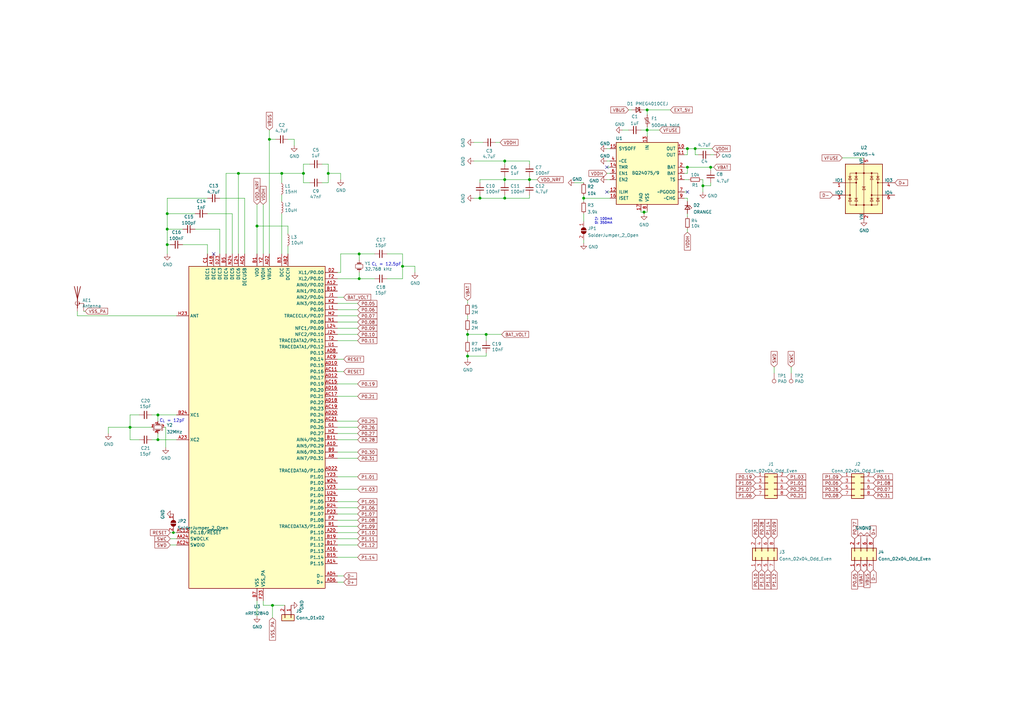
<source format=kicad_sch>
(kicad_sch (version 20210621) (generator eeschema)
  (paper "A3")
  (junction (at 53.34 175.26) (diameter 1.016))
  (junction (at 64.77 170.18) (diameter 1.016))
  (junction (at 64.77 180.34) (diameter 1.016))
  (junction (at 68.58 87.63) (diameter 1.016))
  (junction (at 68.58 93.98) (diameter 1.016))
  (junction (at 68.58 100.33) (diameter 1.016))
  (junction (at 71.12 218.44))
  (junction (at 97.79 71.12) (diameter 1.016))
  (junction (at 105.41 92.71) (diameter 1.016))
  (junction (at 110.49 57.15) (diameter 1.016))
  (junction (at 111.76 248.285) (diameter 1.016))
  (junction (at 115.57 71.12) (diameter 1.016))
  (junction (at 124.46 71.12) (diameter 1.016))
  (junction (at 134.62 71.12) (diameter 1.016))
  (junction (at 147.32 104.14) (diameter 1.016))
  (junction (at 147.32 114.3) (diameter 1.016))
  (junction (at 165.1 109.22) (diameter 1.016))
  (junction (at 191.77 137.16) (diameter 1.016))
  (junction (at 191.77 146.05) (diameter 1.016))
  (junction (at 196.85 81.28) (diameter 1.016))
  (junction (at 199.39 137.16) (diameter 1.016))
  (junction (at 207.01 66.04) (diameter 1.016))
  (junction (at 207.01 73.66) (diameter 1.016))
  (junction (at 207.01 81.28) (diameter 1.016))
  (junction (at 217.17 73.66) (diameter 1.016))
  (junction (at 239.395 81.28) (diameter 1.016))
  (junction (at 264.16 86.995) (diameter 1.016))
  (junction (at 265.43 45.085) (diameter 1.016))
  (junction (at 265.43 53.34) (diameter 1.016))
  (junction (at 281.94 60.96) (diameter 1.016))
  (junction (at 281.94 68.58) (diameter 1.016))
  (junction (at 285.115 60.96) (diameter 1.016))
  (junction (at 288.29 76.2) (diameter 1.016))
  (junction (at 291.465 68.58) (diameter 1.016))
  (no_connect (at 87.63 104.14))
  (no_connect (at 248.92 68.58))
  (no_connect (at 248.92 78.74))
  (no_connect (at 281.94 78.74))
  (wire (pts (xy 31.75 127.635) (xy 31.75 129.54)))
  (wire (pts (xy 31.75 129.54) (xy 72.39 129.54)))
  (wire (pts (xy 34.29 127.635) (xy 34.925 127.635)))
  (wire (pts (xy 44.45 175.26) (xy 44.45 177.8)))
  (wire (pts (xy 53.34 170.18) (xy 57.15 170.18)))
  (wire (pts (xy 53.34 175.26) (xy 44.45 175.26)))
  (wire (pts (xy 53.34 175.26) (xy 53.34 170.18)))
  (wire (pts (xy 53.34 180.34) (xy 53.34 175.26)))
  (wire (pts (xy 57.15 180.34) (xy 53.34 180.34)))
  (wire (pts (xy 62.23 175.26) (xy 53.34 175.26)))
  (wire (pts (xy 64.77 170.18) (xy 62.23 170.18)))
  (wire (pts (xy 64.77 170.18) (xy 64.77 172.72)))
  (wire (pts (xy 64.77 177.8) (xy 64.77 180.34)))
  (wire (pts (xy 64.77 180.34) (xy 62.23 180.34)))
  (wire (pts (xy 64.77 180.34) (xy 72.39 180.34)))
  (wire (pts (xy 67.31 175.26) (xy 67.945 175.26)))
  (wire (pts (xy 67.945 175.26) (xy 67.945 183.515)))
  (wire (pts (xy 68.58 81.28) (xy 68.58 87.63)))
  (wire (pts (xy 68.58 81.28) (xy 85.09 81.28)))
  (wire (pts (xy 68.58 87.63) (xy 68.58 93.98)))
  (wire (pts (xy 68.58 87.63) (xy 80.01 87.63)))
  (wire (pts (xy 68.58 93.98) (xy 68.58 100.33)))
  (wire (pts (xy 68.58 93.98) (xy 74.93 93.98)))
  (wire (pts (xy 68.58 100.33) (xy 68.58 104.14)))
  (wire (pts (xy 68.58 100.33) (xy 69.85 100.33)))
  (wire (pts (xy 69.85 218.44) (xy 71.12 218.44)))
  (wire (pts (xy 69.85 223.52) (xy 72.39 223.52)))
  (wire (pts (xy 71.12 218.44) (xy 72.39 218.44)))
  (wire (pts (xy 72.39 170.18) (xy 64.77 170.18)))
  (wire (pts (xy 72.39 220.98) (xy 69.85 220.98)))
  (wire (pts (xy 74.93 100.33) (xy 85.09 100.33)))
  (wire (pts (xy 80.01 93.98) (xy 90.17 93.98)))
  (wire (pts (xy 85.09 87.63) (xy 95.25 87.63)))
  (wire (pts (xy 85.09 104.14) (xy 85.09 100.33)))
  (wire (pts (xy 90.17 81.28) (xy 100.33 81.28)))
  (wire (pts (xy 90.17 93.98) (xy 90.17 104.14)))
  (wire (pts (xy 92.71 71.12) (xy 97.79 71.12)))
  (wire (pts (xy 92.71 104.14) (xy 92.71 71.12)))
  (wire (pts (xy 95.25 87.63) (xy 95.25 104.14)))
  (wire (pts (xy 97.79 71.12) (xy 115.57 71.12)))
  (wire (pts (xy 97.79 104.14) (xy 97.79 71.12)))
  (wire (pts (xy 100.33 81.28) (xy 100.33 104.14)))
  (wire (pts (xy 105.41 83.82) (xy 105.41 92.71)))
  (wire (pts (xy 105.41 92.71) (xy 105.41 104.14)))
  (wire (pts (xy 105.41 246.38) (xy 105.41 252.73)))
  (wire (pts (xy 107.95 83.82) (xy 107.95 104.14)))
  (wire (pts (xy 107.95 246.38) (xy 107.95 248.285)))
  (wire (pts (xy 107.95 248.285) (xy 111.76 248.285)))
  (wire (pts (xy 110.49 57.15) (xy 110.49 53.34)))
  (wire (pts (xy 110.49 104.14) (xy 110.49 57.15)))
  (wire (pts (xy 111.76 248.285) (xy 116.84 248.285)))
  (wire (pts (xy 111.76 253.365) (xy 111.76 248.285)))
  (wire (pts (xy 113.03 57.15) (xy 110.49 57.15)))
  (wire (pts (xy 115.57 71.12) (xy 124.46 71.12)))
  (wire (pts (xy 115.57 74.93) (xy 115.57 71.12)))
  (wire (pts (xy 115.57 82.55) (xy 115.57 80.01)))
  (wire (pts (xy 115.57 87.63) (xy 115.57 104.14)))
  (wire (pts (xy 118.11 57.15) (xy 120.65 57.15)))
  (wire (pts (xy 118.11 92.71) (xy 105.41 92.71)))
  (wire (pts (xy 118.11 95.885) (xy 118.11 92.71)))
  (wire (pts (xy 118.11 100.965) (xy 118.11 104.14)))
  (wire (pts (xy 120.65 57.15) (xy 120.65 59.69)))
  (wire (pts (xy 124.46 67.31) (xy 124.46 71.12)))
  (wire (pts (xy 124.46 67.31) (xy 127 67.31)))
  (wire (pts (xy 124.46 71.12) (xy 124.46 74.93)))
  (wire (pts (xy 127 74.93) (xy 124.46 74.93)))
  (wire (pts (xy 132.08 67.31) (xy 134.62 67.31)))
  (wire (pts (xy 132.08 74.93) (xy 134.62 74.93)))
  (wire (pts (xy 134.62 67.31) (xy 134.62 71.12)))
  (wire (pts (xy 134.62 71.12) (xy 139.7 71.12)))
  (wire (pts (xy 134.62 74.93) (xy 134.62 71.12)))
  (wire (pts (xy 138.43 111.76) (xy 139.7 111.76)))
  (wire (pts (xy 138.43 114.3) (xy 147.32 114.3)))
  (wire (pts (xy 138.43 124.46) (xy 146.685 124.46)))
  (wire (pts (xy 138.43 127) (xy 146.685 127)))
  (wire (pts (xy 138.43 129.54) (xy 146.685 129.54)))
  (wire (pts (xy 138.43 132.08) (xy 146.685 132.08)))
  (wire (pts (xy 138.43 134.62) (xy 146.685 134.62)))
  (wire (pts (xy 138.43 137.16) (xy 146.685 137.16)))
  (wire (pts (xy 138.43 139.7) (xy 146.685 139.7)))
  (wire (pts (xy 138.43 152.4) (xy 140.97 152.4)))
  (wire (pts (xy 138.43 157.48) (xy 146.685 157.48)))
  (wire (pts (xy 138.43 162.56) (xy 146.685 162.56)))
  (wire (pts (xy 138.43 172.72) (xy 146.685 172.72)))
  (wire (pts (xy 138.43 175.26) (xy 146.685 175.26)))
  (wire (pts (xy 138.43 177.8) (xy 146.685 177.8)))
  (wire (pts (xy 138.43 180.34) (xy 146.685 180.34)))
  (wire (pts (xy 138.43 185.42) (xy 146.685 185.42)))
  (wire (pts (xy 138.43 187.96) (xy 146.685 187.96)))
  (wire (pts (xy 138.43 195.58) (xy 146.685 195.58)))
  (wire (pts (xy 138.43 200.66) (xy 146.685 200.66)))
  (wire (pts (xy 138.43 205.74) (xy 146.685 205.74)))
  (wire (pts (xy 138.43 208.28) (xy 146.685 208.28)))
  (wire (pts (xy 138.43 210.82) (xy 146.685 210.82)))
  (wire (pts (xy 138.43 213.36) (xy 146.685 213.36)))
  (wire (pts (xy 138.43 215.9) (xy 146.685 215.9)))
  (wire (pts (xy 138.43 218.44) (xy 146.685 218.44)))
  (wire (pts (xy 138.43 220.98) (xy 146.685 220.98)))
  (wire (pts (xy 138.43 223.52) (xy 146.685 223.52)))
  (wire (pts (xy 138.43 228.6) (xy 146.685 228.6)))
  (wire (pts (xy 138.43 236.22) (xy 140.97 236.22)))
  (wire (pts (xy 139.7 71.12) (xy 139.7 73.66)))
  (wire (pts (xy 139.7 104.14) (xy 147.32 104.14)))
  (wire (pts (xy 139.7 111.76) (xy 139.7 104.14)))
  (wire (pts (xy 140.97 121.92) (xy 138.43 121.92)))
  (wire (pts (xy 140.97 147.32) (xy 138.43 147.32)))
  (wire (pts (xy 140.97 238.76) (xy 138.43 238.76)))
  (wire (pts (xy 147.32 104.14) (xy 153.67 104.14)))
  (wire (pts (xy 147.32 106.68) (xy 147.32 104.14)))
  (wire (pts (xy 147.32 114.3) (xy 147.32 111.76)))
  (wire (pts (xy 147.32 114.3) (xy 153.67 114.3)))
  (wire (pts (xy 158.75 104.14) (xy 165.1 104.14)))
  (wire (pts (xy 165.1 104.14) (xy 165.1 109.22)))
  (wire (pts (xy 165.1 109.22) (xy 165.1 114.3)))
  (wire (pts (xy 165.1 109.22) (xy 170.18 109.22)))
  (wire (pts (xy 165.1 114.3) (xy 158.75 114.3)))
  (wire (pts (xy 170.18 109.22) (xy 170.18 111.76)))
  (wire (pts (xy 191.77 123.19) (xy 191.77 124.46)))
  (wire (pts (xy 191.77 130.81) (xy 191.77 129.54)))
  (wire (pts (xy 191.77 135.89) (xy 191.77 137.16)))
  (wire (pts (xy 191.77 137.16) (xy 191.77 139.7)))
  (wire (pts (xy 191.77 137.16) (xy 199.39 137.16)))
  (wire (pts (xy 191.77 144.78) (xy 191.77 146.05)))
  (wire (pts (xy 191.77 146.05) (xy 191.77 147.32)))
  (wire (pts (xy 191.77 146.05) (xy 199.39 146.05)))
  (wire (pts (xy 194.31 58.42) (xy 198.12 58.42)))
  (wire (pts (xy 196.85 73.66) (xy 196.85 74.93)))
  (wire (pts (xy 196.85 80.01) (xy 196.85 81.28)))
  (wire (pts (xy 196.85 81.28) (xy 194.31 81.28)))
  (wire (pts (xy 196.85 81.28) (xy 207.01 81.28)))
  (wire (pts (xy 199.39 137.16) (xy 199.39 139.7)))
  (wire (pts (xy 199.39 137.16) (xy 205.74 137.16)))
  (wire (pts (xy 199.39 146.05) (xy 199.39 144.78)))
  (wire (pts (xy 203.2 58.42) (xy 205.105 58.42)))
  (wire (pts (xy 207.01 66.04) (xy 194.31 66.04)))
  (wire (pts (xy 207.01 66.04) (xy 207.01 67.31)))
  (wire (pts (xy 207.01 72.39) (xy 207.01 73.66)))
  (wire (pts (xy 207.01 73.66) (xy 196.85 73.66)))
  (wire (pts (xy 207.01 73.66) (xy 217.17 73.66)))
  (wire (pts (xy 207.01 74.93) (xy 207.01 73.66)))
  (wire (pts (xy 207.01 80.01) (xy 207.01 81.28)))
  (wire (pts (xy 207.01 81.28) (xy 217.17 81.28)))
  (wire (pts (xy 217.17 66.04) (xy 207.01 66.04)))
  (wire (pts (xy 217.17 67.31) (xy 217.17 66.04)))
  (wire (pts (xy 217.17 72.39) (xy 217.17 73.66)))
  (wire (pts (xy 217.17 73.66) (xy 217.17 74.93)))
  (wire (pts (xy 217.17 73.66) (xy 220.345 73.66)))
  (wire (pts (xy 217.17 80.01) (xy 217.17 81.28)))
  (wire (pts (xy 239.395 74.93) (xy 235.585 74.93)))
  (wire (pts (xy 239.395 80.01) (xy 239.395 81.28)))
  (wire (pts (xy 239.395 81.28) (xy 250.19 81.28)))
  (wire (pts (xy 239.395 82.55) (xy 239.395 81.28)))
  (wire (pts (xy 239.395 87.63) (xy 239.395 90.805)))
  (wire (pts (xy 239.395 98.425) (xy 239.395 99.695)))
  (wire (pts (xy 248.92 60.96) (xy 250.19 60.96)))
  (wire (pts (xy 248.92 66.04) (xy 250.19 66.04)))
  (wire (pts (xy 248.92 68.58) (xy 250.19 68.58)))
  (wire (pts (xy 248.92 71.12) (xy 250.19 71.12)))
  (wire (pts (xy 248.92 73.66) (xy 250.19 73.66)))
  (wire (pts (xy 248.92 78.74) (xy 250.19 78.74)))
  (wire (pts (xy 255.27 53.34) (xy 257.81 53.34)))
  (wire (pts (xy 257.81 45.085) (xy 259.08 45.085)))
  (wire (pts (xy 262.89 53.34) (xy 265.43 53.34)))
  (wire (pts (xy 262.89 86.36) (xy 262.89 86.995)))
  (wire (pts (xy 262.89 86.995) (xy 264.16 86.995)))
  (wire (pts (xy 264.16 45.085) (xy 265.43 45.085)))
  (wire (pts (xy 264.16 86.995) (xy 264.16 87.63)))
  (wire (pts (xy 264.16 86.995) (xy 265.43 86.995)))
  (wire (pts (xy 265.43 45.085) (xy 265.43 46.99)))
  (wire (pts (xy 265.43 45.085) (xy 274.955 45.085)))
  (wire (pts (xy 265.43 52.07) (xy 265.43 53.34)))
  (wire (pts (xy 265.43 53.34) (xy 265.43 55.88)))
  (wire (pts (xy 265.43 53.34) (xy 270.51 53.34)))
  (wire (pts (xy 265.43 86.995) (xy 265.43 86.36)))
  (wire (pts (xy 280.67 60.96) (xy 281.94 60.96)))
  (wire (pts (xy 280.67 63.5) (xy 281.94 63.5)))
  (wire (pts (xy 280.67 68.58) (xy 281.94 68.58)))
  (wire (pts (xy 280.67 71.12) (xy 281.94 71.12)))
  (wire (pts (xy 280.67 73.66) (xy 282.575 73.66)))
  (wire (pts (xy 280.67 78.74) (xy 281.94 78.74)))
  (wire (pts (xy 280.67 81.28) (xy 281.94 81.28)))
  (wire (pts (xy 281.94 60.96) (xy 285.115 60.96)))
  (wire (pts (xy 281.94 63.5) (xy 281.94 60.96)))
  (wire (pts (xy 281.94 68.58) (xy 291.465 68.58)))
  (wire (pts (xy 281.94 71.12) (xy 281.94 68.58)))
  (wire (pts (xy 281.94 81.28) (xy 281.94 82.55)))
  (wire (pts (xy 281.94 87.63) (xy 281.94 88.9)))
  (wire (pts (xy 281.94 93.98) (xy 281.94 95.25)))
  (wire (pts (xy 285.115 60.96) (xy 285.115 63.5)))
  (wire (pts (xy 285.115 60.96) (xy 292.1 60.96)))
  (wire (pts (xy 285.115 63.5) (xy 286.385 63.5)))
  (wire (pts (xy 287.655 73.66) (xy 288.29 73.66)))
  (wire (pts (xy 288.29 73.66) (xy 288.29 76.2)))
  (wire (pts (xy 288.29 76.2) (xy 288.29 78.74)))
  (wire (pts (xy 288.29 76.2) (xy 291.465 76.2)))
  (wire (pts (xy 291.465 63.5) (xy 292.735 63.5)))
  (wire (pts (xy 291.465 68.58) (xy 292.735 68.58)))
  (wire (pts (xy 291.465 69.85) (xy 291.465 68.58)))
  (wire (pts (xy 291.465 76.2) (xy 291.465 74.93)))
  (wire (pts (xy 317.5 150.495) (xy 317.5 153.035)))
  (wire (pts (xy 324.485 150.495) (xy 324.485 153.035)))
  (wire (pts (xy 345.44 64.77) (xy 354.33 64.77)))
  (text "C_{L} = 12pF" (at 65.405 173.355 0) (effects (font (size 1.27 1.27)) (justify left bottom)))
  (text "C_{L} = 12.5pF" (at 152.4 109.22 0) (effects (font (size 1.27 1.27)) (justify left bottom)))
  (text "Z: 100mA\n0: 350mA" (at 243.84 92.075 0) (effects (font (size 0.9906 0.9906)) (justify left bottom)))
  (global_label "VSS_PA" (shape input) (at 34.925 127.635 0) (property "Intersheet References" "${INTERSHEET_REFS}" (effects hide)))
  (global_label "RESET" (shape input) (at 69.85 218.44 180) (property "Intersheet References" "${INTERSHEET_REFS}" (effects hide)))
  (global_label "SWC" (shape input) (at 69.85 220.98 180) (property "Intersheet References" "${INTERSHEET_REFS}" (effects hide)))
  (global_label "SWD" (shape input) (at 69.85 223.52 180) (property "Intersheet References" "${INTERSHEET_REFS}" (effects hide)))
  (global_label "VDD_NRF" (shape input) (at 105.41 83.82 90) (property "Intersheet References" "${INTERSHEET_REFS}" (effects hide)))
  (global_label "VDDH" (shape input) (at 107.95 83.82 90) (property "Intersheet References" "${INTERSHEET_REFS}" (effects hide)))
  (global_label "VBUS" (shape input) (at 110.49 53.34 90) (property "Intersheet References" "${INTERSHEET_REFS}" (effects hide)))
  (global_label "VSS_PA" (shape input) (at 111.76 253.365 270) (property "Intersheet References" "${INTERSHEET_REFS}" (effects hide)))
  (global_label "BAT_VOLT" (shape input) (at 140.97 121.92 0) (property "Intersheet References" "${INTERSHEET_REFS}" (effects hide)))
  (global_label "RESET" (shape input) (at 140.97 147.32 0) (property "Intersheet References" "${INTERSHEET_REFS}" (effects hide)))
  (global_label "RESET" (shape input) (at 140.97 152.4 0) (property "Intersheet References" "${INTERSHEET_REFS}" (effects hide)))
  (global_label "D-" (shape input) (at 140.97 236.22 0) (property "Intersheet References" "${INTERSHEET_REFS}" (effects hide)))
  (global_label "D+" (shape input) (at 140.97 238.76 0) (property "Intersheet References" "${INTERSHEET_REFS}" (effects hide)))
  (global_label "P0.05" (shape input) (at 146.685 124.46 0) (property "Intersheet References" "${INTERSHEET_REFS}" (effects hide)))
  (global_label "P0.06" (shape input) (at 146.685 127 0) (property "Intersheet References" "${INTERSHEET_REFS}" (effects hide)))
  (global_label "P0.07" (shape input) (at 146.685 129.54 0) (property "Intersheet References" "${INTERSHEET_REFS}" (effects hide)))
  (global_label "P0.08" (shape input) (at 146.685 132.08 0) (property "Intersheet References" "${INTERSHEET_REFS}" (effects hide)))
  (global_label "P0.09" (shape input) (at 146.685 134.62 0) (property "Intersheet References" "${INTERSHEET_REFS}" (effects hide)))
  (global_label "P0.10" (shape input) (at 146.685 137.16 0) (property "Intersheet References" "${INTERSHEET_REFS}" (effects hide)))
  (global_label "P0.11" (shape input) (at 146.685 139.7 0) (property "Intersheet References" "${INTERSHEET_REFS}" (effects hide)))
  (global_label "P0.19" (shape input) (at 146.685 157.48 0) (property "Intersheet References" "${INTERSHEET_REFS}" (effects hide)))
  (global_label "P0.21" (shape input) (at 146.685 162.56 0) (property "Intersheet References" "${INTERSHEET_REFS}" (effects hide)))
  (global_label "P0.25" (shape input) (at 146.685 172.72 0) (property "Intersheet References" "${INTERSHEET_REFS}" (effects hide)))
  (global_label "P0.26" (shape input) (at 146.685 175.26 0) (property "Intersheet References" "${INTERSHEET_REFS}" (effects hide)))
  (global_label "P0.27" (shape input) (at 146.685 177.8 0) (property "Intersheet References" "${INTERSHEET_REFS}" (effects hide)))
  (global_label "P0.28" (shape input) (at 146.685 180.34 0) (property "Intersheet References" "${INTERSHEET_REFS}" (effects hide)))
  (global_label "P0.30" (shape input) (at 146.685 185.42 0) (property "Intersheet References" "${INTERSHEET_REFS}" (effects hide)))
  (global_label "P0.31" (shape input) (at 146.685 187.96 0) (property "Intersheet References" "${INTERSHEET_REFS}" (effects hide)))
  (global_label "P1.01" (shape input) (at 146.685 195.58 0) (property "Intersheet References" "${INTERSHEET_REFS}" (effects hide)))
  (global_label "P1.03" (shape input) (at 146.685 200.66 0) (property "Intersheet References" "${INTERSHEET_REFS}" (effects hide)))
  (global_label "P1.05" (shape input) (at 146.685 205.74 0) (property "Intersheet References" "${INTERSHEET_REFS}" (effects hide)))
  (global_label "P1.06" (shape input) (at 146.685 208.28 0) (property "Intersheet References" "${INTERSHEET_REFS}" (effects hide)))
  (global_label "P1.07" (shape input) (at 146.685 210.82 0) (property "Intersheet References" "${INTERSHEET_REFS}" (effects hide)))
  (global_label "P1.08" (shape input) (at 146.685 213.36 0) (property "Intersheet References" "${INTERSHEET_REFS}" (effects hide)))
  (global_label "P1.09" (shape input) (at 146.685 215.9 0) (property "Intersheet References" "${INTERSHEET_REFS}" (effects hide)))
  (global_label "P1.10" (shape input) (at 146.685 218.44 0) (property "Intersheet References" "${INTERSHEET_REFS}" (effects hide)))
  (global_label "P1.11" (shape input) (at 146.685 220.98 0) (property "Intersheet References" "${INTERSHEET_REFS}" (effects hide)))
  (global_label "P1.12" (shape input) (at 146.685 223.52 0) (property "Intersheet References" "${INTERSHEET_REFS}" (effects hide)))
  (global_label "P1.14" (shape input) (at 146.685 228.6 0) (property "Intersheet References" "${INTERSHEET_REFS}" (effects hide)))
  (global_label "VBAT" (shape input) (at 191.77 123.19 90) (property "Intersheet References" "${INTERSHEET_REFS}" (effects hide)))
  (global_label "VDDH" (shape input) (at 205.105 58.42 0) (property "Intersheet References" "${INTERSHEET_REFS}" (effects hide)))
  (global_label "BAT_VOLT" (shape input) (at 205.74 137.16 0) (property "Intersheet References" "${INTERSHEET_REFS}" (effects hide)))
  (global_label "VDD_NRF" (shape input) (at 220.345 73.66 0) (property "Intersheet References" "${INTERSHEET_REFS}" (effects hide)))
  (global_label "VDDH" (shape input) (at 248.92 71.12 180) (property "Intersheet References" "${INTERSHEET_REFS}" (effects hide)))
  (global_label "VBUS" (shape input) (at 257.81 45.085 180) (property "Intersheet References" "${INTERSHEET_REFS}" (effects hide)))
  (global_label "VFUSE" (shape input) (at 270.51 53.34 0) (property "Intersheet References" "${INTERSHEET_REFS}" (effects hide)))
  (global_label "EXT_5V" (shape input) (at 274.955 45.085 0) (property "Intersheet References" "${INTERSHEET_REFS}" (effects hide)))
  (global_label "VDDH" (shape input) (at 281.94 95.25 270) (property "Intersheet References" "${INTERSHEET_REFS}" (effects hide)))
  (global_label "VDDH" (shape input) (at 292.1 60.96 0) (property "Intersheet References" "${INTERSHEET_REFS}" (effects hide)))
  (global_label "VBAT" (shape input) (at 292.735 68.58 0) (property "Intersheet References" "${INTERSHEET_REFS}" (effects hide)))
  (global_label "P0.19" (shape input) (at 309.88 195.58 180) (property "Intersheet References" "${INTERSHEET_REFS}" (effects hide)))
  (global_label "P1.05" (shape input) (at 309.88 198.12 180) (property "Intersheet References" "${INTERSHEET_REFS}" (effects hide)))
  (global_label "P1.07" (shape input) (at 309.88 200.66 180) (property "Intersheet References" "${INTERSHEET_REFS}" (effects hide)))
  (global_label "P1.06" (shape input) (at 309.88 203.2 180) (property "Intersheet References" "${INTERSHEET_REFS}" (effects hide)))
  (global_label "P0.30" (shape input) (at 309.88 220.98 90) (property "Intersheet References" "${INTERSHEET_REFS}" (effects hide)))
  (global_label "P0.10" (shape input) (at 309.88 233.68 270) (property "Intersheet References" "${INTERSHEET_REFS}" (effects hide)))
  (global_label "P0.28" (shape input) (at 312.42 220.98 90) (property "Intersheet References" "${INTERSHEET_REFS}" (effects hide)))
  (global_label "P1.10" (shape input) (at 312.42 233.68 270) (property "Intersheet References" "${INTERSHEET_REFS}" (effects hide)))
  (global_label "P1.14" (shape input) (at 314.96 220.98 90) (property "Intersheet References" "${INTERSHEET_REFS}" (effects hide)))
  (global_label "P1.11" (shape input) (at 314.96 233.68 270) (property "Intersheet References" "${INTERSHEET_REFS}" (effects hide)))
  (global_label "SWD" (shape input) (at 317.5 150.495 90) (property "Intersheet References" "${INTERSHEET_REFS}" (effects hide)))
  (global_label "P0.09" (shape input) (at 317.5 220.98 90) (property "Intersheet References" "${INTERSHEET_REFS}" (effects hide)))
  (global_label "P1.12" (shape input) (at 317.5 233.68 270) (property "Intersheet References" "${INTERSHEET_REFS}" (effects hide)))
  (global_label "P1.03" (shape input) (at 322.58 195.58 0) (property "Intersheet References" "${INTERSHEET_REFS}" (effects hide)))
  (global_label "P1.01" (shape input) (at 322.58 198.12 0) (property "Intersheet References" "${INTERSHEET_REFS}" (effects hide)))
  (global_label "P0.25" (shape input) (at 322.58 200.66 0) (property "Intersheet References" "${INTERSHEET_REFS}" (effects hide)))
  (global_label "P0.21" (shape input) (at 322.58 203.2 0) (property "Intersheet References" "${INTERSHEET_REFS}" (effects hide)))
  (global_label "SWC" (shape input) (at 324.485 150.495 90) (property "Intersheet References" "${INTERSHEET_REFS}" (effects hide)))
  (global_label "D-" (shape input) (at 341.63 80.01 180) (property "Intersheet References" "${INTERSHEET_REFS}" (effects hide)))
  (global_label "VFUSE" (shape input) (at 345.44 64.77 180) (property "Intersheet References" "${INTERSHEET_REFS}" (effects hide)))
  (global_label "P1.09" (shape input) (at 345.44 195.58 180) (property "Intersheet References" "${INTERSHEET_REFS}" (effects hide)))
  (global_label "P0.06" (shape input) (at 345.44 198.12 180) (property "Intersheet References" "${INTERSHEET_REFS}" (effects hide)))
  (global_label "P0.26" (shape input) (at 345.44 200.66 180) (property "Intersheet References" "${INTERSHEET_REFS}" (effects hide)))
  (global_label "P0.08" (shape input) (at 345.44 203.2 180) (property "Intersheet References" "${INTERSHEET_REFS}" (effects hide)))
  (global_label "P0.27" (shape input) (at 350.52 220.98 90) (property "Intersheet References" "${INTERSHEET_REFS}" (effects hide)))
  (global_label "P0.05" (shape input) (at 350.52 233.68 270) (property "Intersheet References" "${INTERSHEET_REFS}" (effects hide)))
  (global_label "VBAT" (shape input) (at 353.06 233.68 270) (property "Intersheet References" "${INTERSHEET_REFS}" (effects hide)))
  (global_label "VBUS" (shape input) (at 355.6 233.68 270) (property "Intersheet References" "${INTERSHEET_REFS}" (effects hide)))
  (global_label "P0.11" (shape input) (at 358.14 195.58 0) (property "Intersheet References" "${INTERSHEET_REFS}" (effects hide)))
  (global_label "P1.08" (shape input) (at 358.14 198.12 0) (property "Intersheet References" "${INTERSHEET_REFS}" (effects hide)))
  (global_label "P0.07" (shape input) (at 358.14 200.66 0) (property "Intersheet References" "${INTERSHEET_REFS}" (effects hide)))
  (global_label "P0.31" (shape input) (at 358.14 203.2 0) (property "Intersheet References" "${INTERSHEET_REFS}" (effects hide)))
  (global_label "D+" (shape input) (at 358.14 220.98 90) (property "Intersheet References" "${INTERSHEET_REFS}" (effects hide)))
  (global_label "D-" (shape input) (at 358.14 233.68 270) (property "Intersheet References" "${INTERSHEET_REFS}" (effects hide)))
  (global_label "D+" (shape input) (at 367.03 74.93 0) (property "Intersheet References" "${INTERSHEET_REFS}" (effects hide)))
  (symbol (lib_id "Device:L_Small") (at 115.57 77.47 0) (unit 1)
    (property "Reference" "L1" (at 116.7892 76.3016 0) (effects (justify left)))
    (property "Value" "15nH" (at 116.7892 78.613 0) (effects (justify left)))
    (property "Footprint" "Inductor_SMD:L_0402_1005Metric" (effects hide))
    (property "LCSC Part" "C76763" (effects hide))
    (property "Manufacturer Part" "MLG1005S15NJT000" (effects hide))
    (property "JLC Part" "C27143" (effects hide))
  )
  (symbol (lib_id "Device:L_Small") (at 115.57 85.09 0) (unit 1)
    (property "Reference" "L2" (at 116.7892 83.9216 0) (effects (justify left)))
    (property "Value" "10uH" (at 116.7892 86.233 0) (effects (justify left)))
    (property "Footprint" "Inductor_SMD:L_0603_1608Metric" (effects hide))
    (property "LCSC Part" "C76732" (effects hide))
    (property "Manufacturer Part" "MLF1608E100KTD00" (effects hide))
    (property "JLC Part" "C1035" (effects hide))
  )
  (symbol (lib_id "Device:L_Small") (at 118.11 98.425 0) (unit 1)
    (property "Reference" "L3" (at 119.3292 97.2566 0) (effects (justify left)))
    (property "Value" "10uH" (at 119.3292 99.568 0) (effects (justify left)))
    (property "Footprint" "Inductor_SMD:L_0603_1608Metric" (effects hide))
    (property "LCSC Part" "C76732" (effects hide))
    (property "Manufacturer Part" "MLF1608E100KTD00" (effects hide))
    (property "JLC Part" "C1035" (effects hide))
  )
  (symbol (lib_id "Connector:TestPoint") (at 317.5 153.035 180) (unit 1) (in_bom no)
    (property "Reference" "TP1" (at 318.8971 154.1156 0) (effects (justify right)))
    (property "Value" "PAD" (at 318.8971 156.4143 0) (effects (justify right)))
    (property "Footprint" "TestPoint:TestPoint_Pad_D1.0mm" (effects hide))
  )
  (symbol (lib_id "Connector:TestPoint") (at 324.485 153.035 180) (unit 1) (in_bom no)
    (property "Reference" "TP2" (at 325.8821 154.1156 0) (effects (justify right)))
    (property "Value" "PAD" (at 325.8821 156.4143 0) (effects (justify right)))
    (property "Footprint" "TestPoint:TestPoint_Pad_D1.0mm" (effects hide))
  )
  (symbol (lib_id "power:GND") (at 44.45 177.8 0) (unit 1)
    (property "Reference" "#PWR019" (effects hide))
    (property "Value" "GND" (at 44.577 182.1942 0))
  )
  (symbol (lib_id "power:GND") (at 67.945 183.515 0) (unit 1)
    (property "Reference" "#PWR020" (effects hide))
    (property "Value" "GND" (at 68.072 187.9092 0))
  )
  (symbol (lib_id "power:GND") (at 68.58 104.14 0) (unit 1)
    (property "Reference" "#PWR016" (effects hide))
    (property "Value" "GND" (at 68.707 108.5342 0))
  )
  (symbol (lib_id "power:GND") (at 71.12 210.82 270) (unit 1)
    (property "Reference" "#PWR021" (effects hide))
    (property "Value" "GND" (at 66.7258 210.947 0))
  )
  (symbol (lib_id "power:GND") (at 105.41 252.73 0) (unit 1)
    (property "Reference" "#PWR024" (effects hide))
    (property "Value" "GND" (at 105.537 257.1242 0))
  )
  (symbol (lib_id "power:GND") (at 119.38 248.285 90) (unit 1)
    (property "Reference" "#PWR023" (effects hide))
    (property "Value" "GND" (at 123.7742 248.158 0))
  )
  (symbol (lib_id "power:GND") (at 120.65 59.69 0) (unit 1)
    (property "Reference" "#PWR03" (effects hide))
    (property "Value" "GND" (at 120.777 64.0842 0))
  )
  (symbol (lib_id "power:GND") (at 139.7 73.66 0) (unit 1)
    (property "Reference" "#PWR08" (effects hide))
    (property "Value" "GND" (at 139.827 78.0542 0))
  )
  (symbol (lib_id "power:GND") (at 170.18 111.76 0) (unit 1)
    (property "Reference" "#PWR017" (effects hide))
    (property "Value" "GND" (at 170.307 116.1542 0))
  )
  (symbol (lib_id "power:GND") (at 191.77 147.32 0) (unit 1)
    (property "Reference" "#PWR018" (effects hide))
    (property "Value" "GND" (at 191.897 151.7142 0))
  )
  (symbol (lib_id "power:GND") (at 194.31 58.42 270) (unit 1)
    (property "Reference" "#PWR02" (effects hide))
    (property "Value" "GND" (at 189.9158 58.547 0))
  )
  (symbol (lib_id "power:GND") (at 194.31 66.04 270) (unit 1)
    (property "Reference" "#PWR06" (effects hide))
    (property "Value" "GND" (at 189.9158 66.167 0))
  )
  (symbol (lib_id "power:GND") (at 194.31 81.28 270) (unit 1)
    (property "Reference" "#PWR012" (effects hide))
    (property "Value" "GND" (at 189.9158 81.407 0))
  )
  (symbol (lib_id "power:GND") (at 235.585 74.93 270) (unit 1)
    (property "Reference" "#PWR010" (effects hide))
    (property "Value" "GND" (at 234.6961 73.504 90) (effects (justify left)))
  )
  (symbol (lib_id "power:GND") (at 239.395 99.695 0) (unit 1)
    (property "Reference" "#PWR015" (effects hide))
    (property "Value" "GND" (at 241.3001 101.2535 0) (effects (justify left)))
  )
  (symbol (lib_id "power:GND") (at 248.92 60.96 270) (unit 1)
    (property "Reference" "#PWR04" (effects hide))
    (property "Value" "GND" (at 250.19 58.899 90) (effects (justify right)))
  )
  (symbol (lib_id "power:GND") (at 248.92 66.04 270) (unit 1)
    (property "Reference" "#PWR07" (effects hide))
    (property "Value" "GND" (at 250.19 63.979 90) (effects (justify right)))
  )
  (symbol (lib_id "power:GND") (at 248.92 73.66 270) (unit 1)
    (property "Reference" "#PWR09" (effects hide))
    (property "Value" "GND" (at 245.745 74.139 90) (effects (justify right)))
  )
  (symbol (lib_id "power:GND") (at 255.27 53.34 270) (unit 1)
    (property "Reference" "#PWR01" (effects hide))
    (property "Value" "GND" (at 254.1905 51.0054 90))
  )
  (symbol (lib_id "power:GND") (at 264.16 87.63 0) (unit 1)
    (property "Reference" "#PWR013" (effects hide))
    (property "Value" "GND" (at 264.16 92.1926 0))
  )
  (symbol (lib_id "power:GND") (at 288.29 78.74 0) (unit 1)
    (property "Reference" "#PWR011" (effects hide))
    (property "Value" "GND" (at 290.1951 80.2985 0) (effects (justify left)))
  )
  (symbol (lib_id "power:GND") (at 292.735 63.5 90) (unit 1)
    (property "Reference" "#PWR05" (effects hide))
    (property "Value" "GND" (at 295.9101 63.979 90) (effects (justify right)))
  )
  (symbol (lib_id "power:GND") (at 353.06 220.98 180) (unit 1)
    (property "Reference" "#PWR0101" (effects hide))
    (property "Value" "GND" (at 352.933 216.5858 0))
  )
  (symbol (lib_id "power:GND") (at 354.33 90.17 0) (unit 1)
    (property "Reference" "#PWR014" (effects hide))
    (property "Value" "GND" (at 354.457 94.5642 0))
  )
  (symbol (lib_id "power:GND") (at 355.6 220.98 180) (unit 1)
    (property "Reference" "#PWR022" (effects hide))
    (property "Value" "GND" (at 355.473 216.5858 0))
  )
  (symbol (lib_id "Device:R_Small") (at 191.77 127 0) (unit 1)
    (property "Reference" "R5" (at 193.2686 125.8316 0) (effects (justify left)))
    (property "Value" "2M" (at 193.2686 128.143 0) (effects (justify left)))
    (property "Footprint" "Resistor_SMD:R_0402_1005Metric" (effects hide))
    (property "LCSC Part" "C138014" (effects hide))
    (property "Manufacturer Part" "RC0402FR-072ML" (effects hide))
    (property "JLC Part" "C138014" (effects hide))
  )
  (symbol (lib_id "Device:R_Small") (at 191.77 133.35 0) (unit 1)
    (property "Reference" "R6" (at 193.2686 132.1816 0) (effects (justify left)))
    (property "Value" "2M" (at 193.2686 134.493 0) (effects (justify left)))
    (property "Footprint" "Resistor_SMD:R_0402_1005Metric" (effects hide))
    (property "LCSC Part" "C138014" (effects hide))
    (property "Manufacturer Part" "RC0402FR-072ML" (effects hide))
    (property "JLC Part" "C138014" (effects hide))
  )
  (symbol (lib_id "Device:R_Small") (at 191.77 142.24 0) (unit 1)
    (property "Reference" "R7" (at 193.2686 141.0716 0) (effects (justify left)))
    (property "Value" "10M" (at 193.2686 143.383 0) (effects (justify left)))
    (property "Footprint" "Resistor_SMD:R_0402_1005Metric" (effects hide))
    (property "LCSC Part" "C138067" (effects hide))
    (property "Manufacturer Part" "RC0402FR-0710ML" (effects hide))
    (property "JLC Part" "C26082" (effects hide))
  )
  (symbol (lib_id "Device:R_Small") (at 239.395 77.47 0) (unit 1)
    (property "Reference" "R2" (at 240.8937 76.5615 0) (effects (justify left)))
    (property "Value" "10k" (at 240.8937 79.3366 0) (effects (justify left)))
    (property "Footprint" "Resistor_SMD:R_0402_1005Metric" (effects hide))
    (property "LCSC Part" "C60490" (effects hide))
    (property "Manufacturer Part" "RC0402FR-0710KL" (effects hide))
    (property "JLC Part" "C25744" (effects hide))
  )
  (symbol (lib_id "Device:R_Small") (at 239.395 85.09 0) (unit 1)
    (property "Reference" "R3" (at 240.8937 84.1815 0) (effects (justify left)))
    (property "Value" "3.9k" (at 240.8937 86.9566 0) (effects (justify left)))
    (property "Footprint" "Resistor_SMD:R_0402_1005Metric" (effects hide))
    (property "LCSC Part" "C131467" (effects hide))
    (property "Manufacturer Part" "RC0402FR-073K9L" (effects hide))
    (property "JLC Part" "C51721" (effects hide))
  )
  (symbol (lib_id "Device:R_Small") (at 281.94 91.44 180) (unit 1)
    (property "Reference" "R4" (at 283.4387 90.5315 0) (effects (justify right)))
    (property "Value" "10k" (at 283.4387 92.6716 0) (effects (justify right)))
    (property "Footprint" "Resistor_SMD:R_0402_1005Metric" (effects hide))
    (property "LCSC Part" "C60490" (effects hide))
    (property "Manufacturer Part" "RC0402FR-0710KL" (effects hide))
    (property "JLC Part" "C25744" (effects hide))
  )
  (symbol (lib_id "Device:R_Small") (at 285.115 73.66 90) (unit 1)
    (property "Reference" "R1" (at 285.115 75.9112 90))
    (property "Value" "10k" (at 285.115 71.7013 90))
    (property "Footprint" "Resistor_SMD:R_0402_1005Metric" (effects hide))
    (property "LCSC Part" "C60490" (effects hide))
    (property "Manufacturer Part" "RC0402FR-0710KL" (effects hide))
    (property "JLC Part" "C25744" (effects hide))
  )
  (symbol (lib_id "Device:Polyfuse_Small") (at 265.43 49.53 180) (unit 1)
    (property "Reference" "F1" (at 267.0811 48.6215 0) (effects (justify right)))
    (property "Value" "500mA hold" (at 267.0811 51.3966 0) (effects (justify right)))
    (property "Footprint" "Fuse:Fuse_0402_1005Metric" (effects hide))
    (property "LCSC Part" "C206938" (effects hide))
    (property "Manufacturer Part" "0402L050SLKR" (effects hide))
    (property "JLC Part" "C206938" (effects hide))
  )
  (symbol (lib_id "Device:D_Schottky_Small") (at 261.62 45.085 180) (unit 1)
    (property "Reference" "D1" (at 258.445 42.545 0))
    (property "Value" "PMEG4010CEJ" (at 267.335 42.545 0))
    (property "Footprint" "Diode_SMD:D_SOD-323F" (effects hide))
    (property "LCSC Part" "C50704" (effects hide))
    (property "Manufacturer Part" "PMEG4010CEJ" (effects hide))
    (property "JLC Part" "C50704" (effects hide))
  )
  (symbol (lib_id "Device:LED_Small") (at 281.94 85.09 270) (unit 1)
    (property "Reference" "D2" (at 284.3531 84.1815 90) (effects (justify left)))
    (property "Value" "ORANGE" (at 284.3531 86.9566 90) (effects (justify left)))
    (property "Footprint" "LED_SMD:LED_0603_1608Metric" (effects hide))
    (property "LCSC Part" "C160478" (effects hide))
    (property "Manufacturer Part" "19-217/S2C-AQ1R1B/3T" (effects hide))
    (property "JLC Part" "C72038" (effects hide))
  )
  (symbol (lib_id "Jumper:SolderJumper_2_Open") (at 71.12 214.63 270) (unit 1)
    (property "Reference" "JP2" (at 72.7711 213.7215 90) (effects (justify left)))
    (property "Value" "SolderJumper_2_Open" (at 72.7711 216.4966 90) (effects (justify left)))
    (property "Footprint" "Jumper:SolderJumper-2_P1.3mm_Open_RoundedPad1.0x1.5mm" (effects hide))
  )
  (symbol (lib_id "Jumper:SolderJumper_2_Open") (at 239.395 94.615 270) (unit 1)
    (property "Reference" "JP1" (at 241.0461 93.7065 90) (effects (justify left)))
    (property "Value" "SolderJumper_2_Open" (at 241.0461 96.4816 90) (effects (justify left)))
    (property "Footprint" "Jumper:SolderJumper-2_P1.3mm_Open_RoundedPad1.0x1.5mm" (effects hide))
  )
  (symbol (lib_id "Device:Crystal_Small") (at 147.32 109.22 270) (unit 1)
    (property "Reference" "Y1" (at 149.5552 108.0516 90) (effects (justify left)))
    (property "Value" "32.768 kHz" (at 149.5552 110.363 90) (effects (justify left)))
    (property "Footprint" "Crystal:Crystal_SMD_2012-2Pin_2.0x1.2mm" (effects hide))
    (property "LCSC Part" "C97607" (effects hide))
    (property "Digikey" "728-1075-1-ND" (effects hide))
    (property "Manufacturer Part" "SC20S-12.5PF20PPM" (effects hide))
    (property "JLC Part" "C93231" (effects hide))
  )
  (symbol (lib_id "Device:C_Small") (at 59.69 170.18 270) (unit 1)
    (property "Reference" "C20" (at 59.69 164.3634 90))
    (property "Value" "15pF" (at 59.69 166.6748 90))
    (property "Footprint" "Capacitor_SMD:C_0402_1005Metric" (effects hide))
    (property "LCSC Part" "C307341" (effects hide))
    (property "Manufacturer Part" "CL05C150JB51PNC" (effects hide))
    (property "JLC Part" "C1548" (effects hide))
  )
  (symbol (lib_id "Device:C_Small") (at 59.69 180.34 270) (unit 1)
    (property "Reference" "C21" (at 59.69 183.8198 90))
    (property "Value" "15pF" (at 59.69 186.1312 90))
    (property "Footprint" "Capacitor_SMD:C_0402_1005Metric" (effects hide))
    (property "LCSC Part" "C307341" (effects hide))
    (property "Manufacturer Part" "CL05C150JB51PNC" (effects hide))
    (property "JLC Part" "C1548" (effects hide))
  )
  (symbol (lib_id "Device:C_Small") (at 72.39 100.33 270) (unit 1)
    (property "Reference" "C16" (at 72.39 95.25 90))
    (property "Value" "100nF" (at 72.39 97.79 90))
    (property "Footprint" "Capacitor_SMD:C_0402_1005Metric" (effects hide))
    (property "LCSC Part" "C1525" (effects hide))
    (property "Digikey" "1276-6720-1-ND" (effects hide))
    (property "Manufacturer Part" "CL05B104KA5NNNC" (effects hide))
    (property "JLC Part" "C1525" (effects hide))
  )
  (symbol (lib_id "Device:C_Small") (at 77.47 93.98 270) (unit 1)
    (property "Reference" "C15" (at 77.47 88.9 90))
    (property "Value" "100pF" (at 77.47 91.44 90))
    (property "Footprint" "Capacitor_SMD:C_0402_1005Metric" (effects hide))
    (property "LCSC Part" "C26409" (effects hide))
    (property "Digikey" "478-1082-1-ND" (effects hide))
    (property "Manufacturer Part" "CL05C101JB5NNNC" (effects hide))
    (property "JLC Part" "C1546" (effects hide))
  )
  (symbol (lib_id "Device:C_Small") (at 82.55 87.63 270) (unit 1)
    (property "Reference" "C14" (at 82.55 82.55 90))
    (property "Value" "1nF" (at 82.55 85.09 90))
    (property "Footprint" "Capacitor_SMD:C_0402_1005Metric" (effects hide))
    (property "LCSC Part" "C14442" (effects hide))
    (property "Digikey" "1276-1032-1-ND" (effects hide))
    (property "Manufacturer Part" "CL05B102KB5NNNC" (effects hide))
    (property "JLC Part" "C1523" (effects hide))
  )
  (symbol (lib_id "Device:C_Small") (at 87.63 81.28 270) (unit 1)
    (property "Reference" "C13" (at 87.63 76.2 90))
    (property "Value" "4.7uF" (at 87.63 78.74 90))
    (property "Footprint" "Capacitor_SMD:C_0402_1005Metric" (effects hide))
    (property "LCSC Part" "C368809" (effects hide))
    (property "Digikey" "1276-1784-1-ND" (effects hide))
    (property "Manufacturer Part" "CL05A475KP5NRNC" (effects hide))
    (property "JLC Part" "C23733" (effects hide))
  )
  (symbol (lib_id "Device:C_Small") (at 115.57 57.15 270) (unit 1)
    (property "Reference" "C2" (at 115.57 51.3334 90))
    (property "Value" "4.7uF" (at 115.57 53.6448 90))
    (property "Footprint" "Capacitor_SMD:C_0402_1005Metric" (effects hide))
    (property "LCSC Part" "C368809" (effects hide))
    (property "Digikey" "1276-1784-1-ND" (effects hide))
    (property "Manufacturer Part" "CL05A475KP5NRNC" (effects hide))
    (property "JLC Part" "C23733" (effects hide))
  )
  (symbol (lib_id "Device:C_Small") (at 129.54 67.31 270) (unit 1)
    (property "Reference" "C5" (at 129.54 61.4934 90))
    (property "Value" "1uF" (at 129.54 63.8048 90))
    (property "Footprint" "Capacitor_SMD:C_0402_1005Metric" (effects hide))
    (property "LCSC Part" "C52923" (effects hide))
    (property "Digikey" "1276-1067-1-ND" (effects hide))
    (property "Manufacturer Part" "CL05A105KO5NNNC" (effects hide))
    (property "JLC Part" "C52923" (effects hide))
  )
  (symbol (lib_id "Device:C_Small") (at 129.54 74.93 270) (unit 1)
    (property "Reference" "C9" (at 129.54 78.4098 90))
    (property "Value" "47nF" (at 129.54 80.7212 90))
    (property "Footprint" "Capacitor_SMD:C_0402_1005Metric" (effects hide))
    (property "LCSC Part" "C307434" (effects hide))
    (property "Digikey" "1276-1077-1-ND" (effects hide))
    (property "Manufacturer Part" "CL05B473KO5NNNC" (effects hide))
    (property "JLC Part" "C26403" (effects hide))
  )
  (symbol (lib_id "Device:C_Small") (at 156.21 104.14 270) (unit 1)
    (property "Reference" "C17" (at 156.21 98.3234 90))
    (property "Value" "15pF" (at 156.21 100.6348 90))
    (property "Footprint" "Capacitor_SMD:C_0402_1005Metric" (effects hide))
    (property "LCSC Part" "C307341" (effects hide))
    (property "Manufacturer Part" "CL05C150JB51PNC" (effects hide))
    (property "JLC Part" "C1548" (effects hide))
  )
  (symbol (lib_id "Device:C_Small") (at 156.21 114.3 270) (unit 1)
    (property "Reference" "C18" (at 156.21 117.7798 90))
    (property "Value" "15pF" (at 156.21 120.0912 90))
    (property "Footprint" "Capacitor_SMD:C_0402_1005Metric" (effects hide))
    (property "LCSC Part" "C307341" (effects hide))
    (property "Manufacturer Part" "CL05C150JB51PNC" (effects hide))
    (property "JLC Part" "C1548" (effects hide))
  )
  (symbol (lib_id "Device:C_Small") (at 196.85 77.47 180) (unit 1)
    (property "Reference" "C10" (at 199.1868 76.3016 0) (effects (justify right)))
    (property "Value" "100nF" (at 199.1868 78.613 0) (effects (justify right)))
    (property "Footprint" "Capacitor_SMD:C_0402_1005Metric" (effects hide))
    (property "LCSC Part" "C1525" (effects hide))
    (property "Digikey" "1276-6720-1-ND" (effects hide))
    (property "Manufacturer Part" "CL05B104KA5NNNC" (effects hide))
    (property "JLC Part" "C1525" (effects hide))
  )
  (symbol (lib_id "Device:C_Small") (at 199.39 142.24 180) (unit 1)
    (property "Reference" "C19" (at 201.7268 141.0716 0) (effects (justify right)))
    (property "Value" "10nF" (at 201.7268 143.383 0) (effects (justify right)))
    (property "Footprint" "Capacitor_SMD:C_0402_1005Metric" (effects hide))
    (property "LCSC Part" "C15195" (effects hide))
    (property "Digikey" "1276-1499-1-ND" (effects hide))
    (property "Manufacturer Part" "CL05B103KB5NNNC" (effects hide))
    (property "JLC Part" "C15195" (effects hide))
  )
  (symbol (lib_id "Device:C_Small") (at 200.66 58.42 90) (unit 1)
    (property "Reference" "C3" (at 200.66 61.8998 90))
    (property "Value" "4.7uF" (at 200.66 64.2112 90))
    (property "Footprint" "Capacitor_SMD:C_0402_1005Metric" (effects hide))
    (property "LCSC Part" "C368809" (effects hide))
    (property "Digikey" "1276-1784-1-ND" (effects hide))
    (property "Manufacturer Part" "CL05A475KP5NRNC" (effects hide))
    (property "JLC Part" "C23733" (effects hide))
  )
  (symbol (lib_id "Device:C_Small") (at 207.01 69.85 180) (unit 1)
    (property "Reference" "C6" (at 209.3468 68.6816 0) (effects (justify right)))
    (property "Value" "1uF" (at 209.3468 70.993 0) (effects (justify right)))
    (property "Footprint" "Capacitor_SMD:C_0402_1005Metric" (effects hide))
    (property "LCSC Part" "C52923" (effects hide))
    (property "Digikey" "1276-1067-1-ND" (effects hide))
    (property "Manufacturer Part" "CL05A105KO5NNNC" (effects hide))
    (property "JLC Part" "C52923" (effects hide))
  )
  (symbol (lib_id "Device:C_Small") (at 207.01 77.47 180) (unit 1)
    (property "Reference" "C11" (at 209.3468 76.3016 0) (effects (justify right)))
    (property "Value" "100nF" (at 209.3468 78.613 0) (effects (justify right)))
    (property "Footprint" "Capacitor_SMD:C_0402_1005Metric" (effects hide))
    (property "LCSC Part" "C1525" (effects hide))
    (property "Digikey" "1276-6720-1-ND" (effects hide))
    (property "Manufacturer Part" "CL05B104KA5NNNC" (effects hide))
    (property "JLC Part" "C1525" (effects hide))
  )
  (symbol (lib_id "Device:C_Small") (at 217.17 69.85 180) (unit 1)
    (property "Reference" "C7" (at 219.5068 68.6816 0) (effects (justify right)))
    (property "Value" "100nF" (at 219.5068 70.993 0) (effects (justify right)))
    (property "Footprint" "Capacitor_SMD:C_0402_1005Metric" (effects hide))
    (property "LCSC Part" "C1525" (effects hide))
    (property "Digikey" "1276-6720-1-ND" (effects hide))
    (property "Manufacturer Part" "CL05B104KA5NNNC" (effects hide))
    (property "JLC Part" "C1525" (effects hide))
  )
  (symbol (lib_id "Device:C_Small") (at 217.17 77.47 180) (unit 1)
    (property "Reference" "C12" (at 219.5068 76.3016 0) (effects (justify right)))
    (property "Value" "4.7uF" (at 219.5068 78.613 0) (effects (justify right)))
    (property "Footprint" "Capacitor_SMD:C_0402_1005Metric" (effects hide))
    (property "LCSC Part" "C368809" (effects hide))
    (property "Digikey" "1276-1784-1-ND" (effects hide))
    (property "Manufacturer Part" "CL05A475KP5NRNC" (effects hide))
    (property "JLC Part" "C23733" (effects hide))
  )
  (symbol (lib_id "Device:C_Small") (at 260.35 53.34 270) (unit 1)
    (property "Reference" "C1" (at 260.35 47.8113 90))
    (property "Value" "1uF" (at 260.35 50.5864 90))
    (property "Footprint" "Capacitor_SMD:C_0402_1005Metric" (effects hide))
    (property "LCSC Part" "C52923" (effects hide))
    (property "Digikey" "1276-1067-1-ND" (effects hide))
    (property "Manufacturer Part" "CL05A105KO5NNNC" (effects hide))
    (property "JLC Part" "C52923" (effects hide))
  )
  (symbol (lib_id "Device:C_Small") (at 288.925 63.5 270) (unit 1)
    (property "Reference" "C4" (at 288.925 66.2263 90))
    (property "Value" "4.7uF" (at 288.925 59.4764 90))
    (property "Footprint" "Capacitor_SMD:C_0402_1005Metric" (effects hide))
    (property "LCSC Part" "C368809" (effects hide))
    (property "Digikey" "1276-1784-1-ND" (effects hide))
    (property "Manufacturer Part" "CL05A475KP5NRNC" (effects hide))
    (property "JLC Part" "C23733" (effects hide))
  )
  (symbol (lib_id "Device:C_Small") (at 291.465 72.39 180) (unit 1)
    (property "Reference" "C8" (at 293.7892 71.4815 0) (effects (justify right)))
    (property "Value" "4.7uF" (at 293.7892 74.2566 0) (effects (justify right)))
    (property "Footprint" "Capacitor_SMD:C_0402_1005Metric" (effects hide))
    (property "LCSC Part" "C368809" (effects hide))
    (property "Digikey" "1276-1784-1-ND" (effects hide))
    (property "Manufacturer Part" "CL05A475KP5NRNC" (effects hide))
    (property "JLC Part" "C23733" (effects hide))
  )
  (symbol (lib_id "Device:Crystal_GND24_Small") (at 64.77 175.26 270) (unit 1)
    (property "Reference" "Y2" (at 68.3261 174.3515 90) (effects (justify left)))
    (property "Value" "32MHz" (at 68.3261 177.1266 90) (effects (justify left)))
    (property "Footprint" "Crystal:Crystal_SMD_2016-4Pin_2.0x1.6mm" (effects hide))
    (property "LCSC Part" "C255896" (effects hide))
    (property "Digikey" "490-XRCGB32M000F1S1DR0CT-ND‎" (effects hide))
    (property "Manufacturer Part" "Q22FA1280001800" (effects hide))
    (property "JLC Part" "C255896" (effects hide))
  )
  (symbol (lib_id "Connector_Generic:Conn_01x02") (at 119.38 253.365 270) (unit 1)
    (property "Reference" "J5" (at 121.412 250.6149 90) (effects (justify left)))
    (property "Value" "Conn_01x02" (at 121.412 253.39 90) (effects (justify left)))
    (property "Footprint" "NetTie:NetTie-2_SMD_Pad0.5mm" (effects hide))
  )
  (symbol (lib_id "Device:Antenna_Shield") (at 31.75 122.555 0) (unit 1)
    (property "Reference" "AE1" (at 33.7821 123.1911 0) (effects (justify left)))
    (property "Value" "Antenna" (at 33.7821 125.4898 0) (effects (justify left)))
    (property "Footprint" "Connector_Coaxial:U.FL_Hirose_U.FL-R-SMT-1_Vertical" (effects hide))
  )
  (symbol (lib_id "Connector_Generic:Conn_02x04_Odd_Even") (at 312.42 228.6 90) (unit 1)
    (property "Reference" "J3" (at 319.5321 226.4215 90) (effects (justify right)))
    (property "Value" "Conn_02x04_Odd_Even" (at 319.5321 229.1966 90) (effects (justify right)))
    (property "Footprint" "Connector_PinHeader_2.54mm:PinHeader_2x04_P2.54mm_Vertical" (effects hide))
  )
  (symbol (lib_id "Connector_Generic:Conn_02x04_Odd_Even") (at 314.96 198.12 0) (unit 1)
    (property "Reference" "J1" (at 316.23 190.3434 0))
    (property "Value" "Conn_02x04_Odd_Even" (at 316.23 193.1185 0))
    (property "Footprint" "Connector_PinHeader_2.54mm:PinHeader_2x04_P2.54mm_Vertical" (effects hide))
  )
  (symbol (lib_id "Connector_Generic:Conn_02x04_Odd_Even") (at 350.52 198.12 0) (unit 1)
    (property "Reference" "J2" (at 351.79 190.3434 0))
    (property "Value" "Conn_02x04_Odd_Even" (at 351.79 193.1185 0))
    (property "Footprint" "Connector_PinHeader_2.54mm:PinHeader_2x04_P2.54mm_Vertical" (effects hide))
  )
  (symbol (lib_id "Connector_Generic:Conn_02x04_Odd_Even") (at 353.06 228.6 90) (unit 1)
    (property "Reference" "J4" (at 360.1721 226.4215 90) (effects (justify right)))
    (property "Value" "Conn_02x04_Odd_Even" (at 360.1721 229.1966 90) (effects (justify right)))
    (property "Footprint" "Connector_PinHeader_2.54mm:PinHeader_2x04_P2.54mm_Vertical" (effects hide))
  )
  (symbol (lib_id "Power_Protection:SRV05-4") (at 354.33 77.47 0) (unit 1)
    (property "Reference" "U2" (at 354.33 60.5494 0))
    (property "Value" "SRV05-4" (at 354.33 63.3245 0))
    (property "Footprint" "Package_TO_SOT_SMD:SOT-23-6" (effects hide))
    (property "Datasheet" "http://www.onsemi.com/pub/Collateral/SRV05-4-D.PDF" (effects hide))
  )
  (symbol (lib_id "Battery_Management:BQ24075") (at 265.43 71.12 0) (unit 1)
    (property "Reference" "U1" (at 254 56.7394 0))
    (property "Value" "BQ24075/9" (at 264.795 70.9445 0))
    (property "Footprint" "Package_DFN_QFN:VQFN-16-1EP_3x3mm_P0.5mm_EP1.6x1.6mm" (effects hide))
    (property "Datasheet" "http://www.ti.com/lit/ds/symlink/bq24075.pdf" (effects hide))
    (property "LCSC Part" "C15464" (effects hide))
    (property "Digikey" "296-24815-1-ND" (effects hide))
    (property "Manufacturer Part" "BQ24075RGTR" (effects hide))
    (property "JLC Part" "C15464" (effects hide))
  )
  (symbol (lib_name "nRF52840_1") (lib_id "MCU_Nordic:nRF52840") (at 105.41 175.26 0) (unit 1)
    (property "Reference" "U3" (at 105.41 248.7836 0))
    (property "Value" "nRF52840" (at 105.41 251.5587 0))
    (property "Footprint" "Package_DFN_QFN:Nordic_AQFN-73-1EP_7x7mm_P0.5mm" (effects hide))
    (property "Datasheet" "http://infocenter.nordicsemi.com/topic/com.nordic.infocenter.nrf52/dita/nrf52/chips/nrf52840.html" (effects hide))
  )
)
</source>
